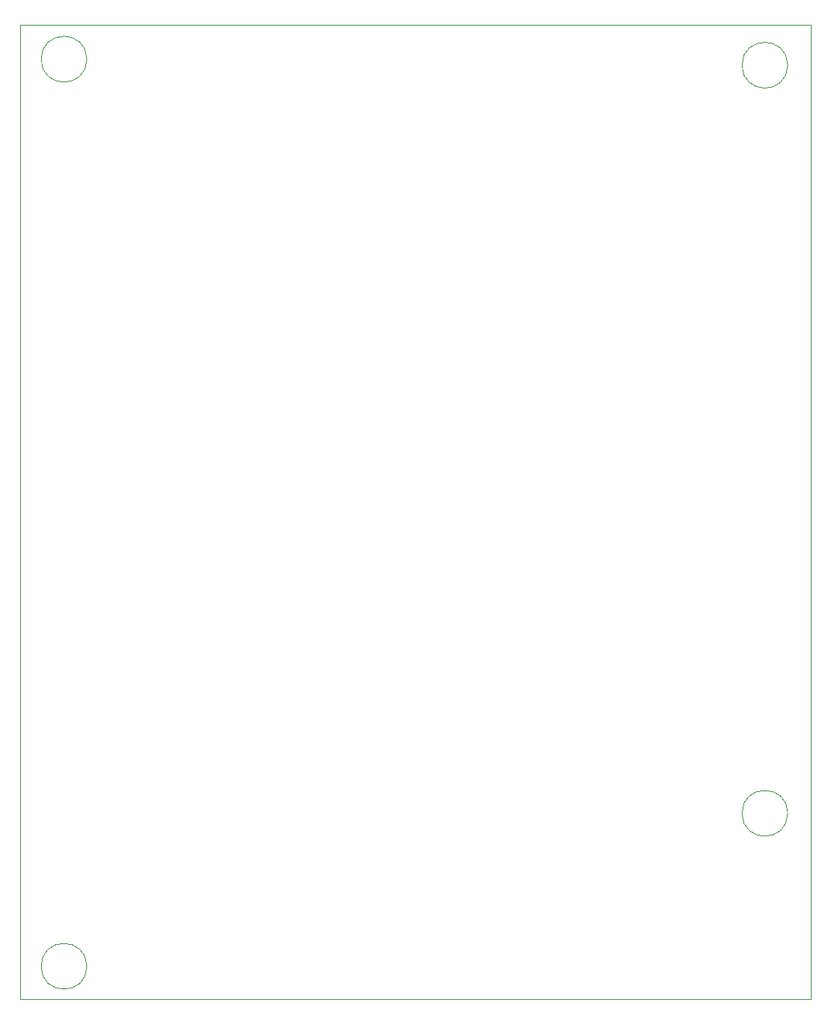
<source format=gbr>
%TF.GenerationSoftware,KiCad,Pcbnew,9.0.0*%
%TF.CreationDate,2025-03-10T21:28:12+01:00*%
%TF.ProjectId,X68KFDPI2,5836384b-4644-4504-9932-2e6b69636164,rev?*%
%TF.SameCoordinates,Original*%
%TF.FileFunction,Profile,NP*%
%FSLAX46Y46*%
G04 Gerber Fmt 4.6, Leading zero omitted, Abs format (unit mm)*
G04 Created by KiCad (PCBNEW 9.0.0) date 2025-03-10 21:28:12*
%MOMM*%
%LPD*%
G01*
G04 APERTURE LIST*
%TA.AperFunction,Profile*%
%ADD10C,0.100000*%
%TD*%
G04 APERTURE END LIST*
D10*
X75950000Y-142775000D02*
G75*
G02*
X70950000Y-142775000I-2500000J0D01*
G01*
X70950000Y-142775000D02*
G75*
G02*
X75950000Y-142775000I2500000J0D01*
G01*
X152500000Y-44425000D02*
G75*
G02*
X147500000Y-44425000I-2500000J0D01*
G01*
X147500000Y-44425000D02*
G75*
G02*
X152500000Y-44425000I2500000J0D01*
G01*
X155000000Y-40000000D02*
X68675000Y-40000000D01*
X68675000Y-40000000D02*
X68675000Y-146360000D01*
X75950000Y-43775000D02*
G75*
G02*
X70950000Y-43775000I-2500000J0D01*
G01*
X70950000Y-43775000D02*
G75*
G02*
X75950000Y-43775000I2500000J0D01*
G01*
X155000000Y-146360000D02*
X155000000Y-40000000D01*
X152500000Y-126075000D02*
G75*
G02*
X147500000Y-126075000I-2500000J0D01*
G01*
X147500000Y-126075000D02*
G75*
G02*
X152500000Y-126075000I2500000J0D01*
G01*
X68675000Y-146360000D02*
X155000000Y-146360000D01*
M02*

</source>
